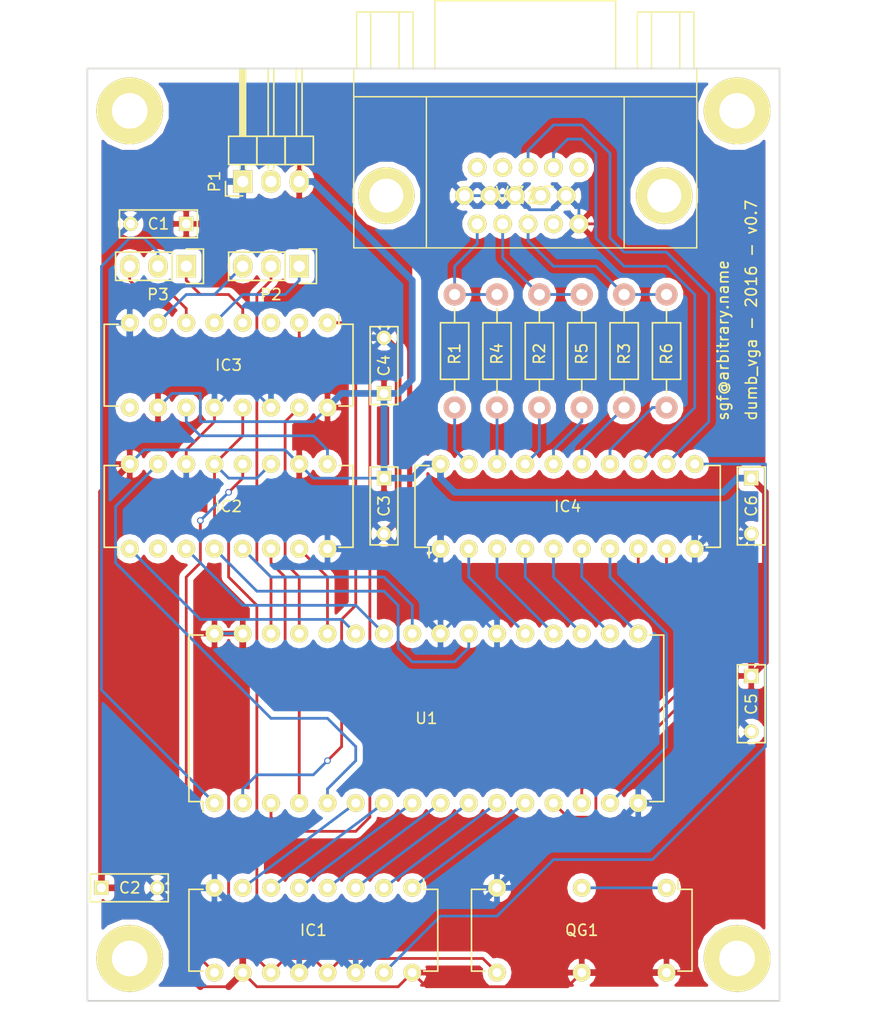
<source format=kicad_pcb>
(kicad_pcb (version 4) (host pcbnew 4.0.1-stable)
  (title_block (title "Dumb VGA") (rev v0.7) (comment 1 "Simple circuit to generate VGA-like signal"))
  (layers (0 F.Cu signal) (31 B.Cu signal) (34 B.Paste user) (35 F.Paste user) (36 B.SilkS user) (37 F.SilkS user) (38 B.Mask user) (39 F.Mask user) (44 Edge.Cuts user))
  (net 0 "")
  (net 1 VCC)
  (net 2 GND)
  (net 3 "Net-(IC1-Pad1)")
  (net 4 "Net-(IC1-Pad2)")
  (net 5 "Net-(IC1-Pad3)")
  (net 6 "Net-(IC1-Pad4)")
  (net 7 "Net-(IC1-Pad5)")
  (net 8 "Net-(IC1-Pad6)")
  (net 9 "Net-(IC1-Pad7)")
  (net 10 "Net-(IC1-Pad9)")
  (net 11 "Net-(IC1-Pad11)")
  (net 12 "Net-(IC1-Pad15)")
  (net 13 "Net-(IC2-Pad1)")
  (net 14 "Net-(IC2-Pad3)")
  (net 15 "Net-(IC2-Pad4)")
  (net 16 "Net-(IC2-Pad5)")
  (net 17 "Net-(IC2-Pad6)")
  (net 18 "Net-(IC2-Pad7)")
  (net 19 "Net-(IC2-Pad9)")
  (net 20 "Net-(IC2-Pad15)")
  (net 21 "Net-(IC3-Pad1)")
  (net 22 "Net-(IC3-Pad2)")
  (net 23 "Net-(IC3-Pad4)")
  (net 24 "Net-(IC3-Pad5)")
  (net 25 "Net-(IC3-Pad6)")
  (net 26 "Net-(IC3-Pad7)")
  (net 27 "Net-(IC3-Pad15)")
  (net 28 "Net-(R1-Pad1)")
  (net 29 "Net-(R2-Pad1)")
  (net 30 "Net-(R3-Pad1)")
  (net 31 "Net-(IC4-Pad13)")
  (net 32 "Net-(IC4-Pad12)")
  (net 33 "Net-(IC4-Pad2)")
  (net 34 "Net-(IC4-Pad3)")
  (net 35 "Net-(IC4-Pad4)")
  (net 36 "Net-(IC4-Pad5)")
  (net 37 "Net-(IC4-Pad6)")
  (net 38 "Net-(IC4-Pad7)")
  (net 39 "Net-(IC4-Pad8)")
  (net 40 "Net-(IC4-Pad9)")
  (net 41 "Net-(IC4-Pad14)")
  (net 42 "Net-(IC4-Pad15)")
  (net 43 "Net-(IC4-Pad16)")
  (net 44 "Net-(IC4-Pad17)")
  (net 45 "Net-(IC4-Pad18)")
  (net 46 "Net-(IC4-Pad19)")
  (net 47 "Net-(QG1-Pad1)")
  (net 48 "Net-(P3-Pad2)")
  (net 49 "Net-(P2-Pad2)")
  (module hw:xo-8-14 (layer F.Cu) (at 156.21 106.68 270)
    (fp_text reference QG1 (at 3.81 7.62 360) (layer F.SilkS))
    (fp_text value XO-14)
    (pad 14 thru_hole oval (at 7.62 7.62 270) (size 1.6 1.6) (drill 0.8) (layers *.Cu *.Mask F.SilkS) (net 1 VCC))
    (pad 1 thru_hole oval (at 0 7.62 270) (size 1.6 1.6) (drill 0.8) (layers *.Cu *.Mask F.SilkS) (net 47 "Net-(QG1-Pad1)"))
    (pad 1 thru_hole oval (at 0 0 270) (size 1.6 1.6) (drill 0.8) (layers *.Cu *.Mask F.SilkS) (net 47 "Net-(QG1-Pad1)"))
    (pad 7 thru_hole oval (at 0 15.24 270) (size 1.6 1.6) (drill 0.8) (layers *.Cu *.Mask F.SilkS) (net 2 GND))
    (pad 8 thru_hole oval (at 7.62 15.24 270) (size 1.6 1.6) (drill 0.8) (layers *.Cu *.Mask F.SilkS) (net 11 "Net-(IC1-Pad11)"))
    (pad 14 thru_hole oval (at 7.62 0 270) (size 1.6 1.6) (drill 0.8) (layers *.Cu *.Mask F.SilkS) (net 1 VCC))
  )
  (module Wire_Pads:SolderWirePad_single_2-5mmDrill (layer F.Cu) (at 162.56 113.03)
    (fp_text reference REF** hide)
    (fp_text value SolderWirePad_single_2-5mmDrill)
    (pad 1 thru_hole circle (at 0 0) (size 5.99948 5.99948) (drill 3.2) (layers *.Cu *.Mask F.SilkS))
  )
  (module Wire_Pads:SolderWirePad_single_2-5mmDrill (layer F.Cu) (at 107.95 113.03)
    (fp_text reference REF** hide)
    (fp_text value SolderWirePad_single_2-5mmDrill)
    (pad 1 thru_hole circle (at 0 0) (size 5.99948 5.99948) (drill 3.2) (layers *.Cu *.Mask F.SilkS))
  )
  (module Wire_Pads:SolderWirePad_single_2-5mmDrill (layer F.Cu) (at 107.95 36.83)
    (fp_text reference REF** hide)
    (fp_text value SolderWirePad_single_2-5mmDrill)
    (pad 1 thru_hole circle (at 0 0) (size 5.99948 5.99948) (drill 3.2) (layers *.Cu *.Mask F.SilkS))
  )
  (module Capacitors_ThroughHole:C_Rect_L7_W2.5_P5 (layer F.Cu) (at 113.03 46.99 180)
    (fp_text reference C1 (at 2.5 0 180) (layer F.SilkS))
    (fp_text value 10u)
    (pad 1 thru_hole rect (at 0 0 180) (size 1.3 1.3) (drill 0.8) (layers *.Cu *.Mask F.SilkS) (net 1 VCC))
    (pad 2 thru_hole circle (at 5 0 180) (size 1.3 1.3) (drill 0.8) (layers *.Cu *.Mask F.SilkS) (net 2 GND))
  )
  (module Housings_DIP:DIP-16_W7.62mm (layer F.Cu) (at 133.35 106.68 270)
    (fp_text reference IC1 (at 3.81 8.89 360) (layer F.SilkS))
    (fp_text value 74HC590N)
    (pad 1 thru_hole oval (at 0 0 270) (size 1.6 1.6) (drill 0.8) (layers *.Cu *.Mask F.SilkS) (net 3 "Net-(IC1-Pad1)"))
    (pad 2 thru_hole oval (at 0 2.54 270) (size 1.6 1.6) (drill 0.8) (layers *.Cu *.Mask F.SilkS) (net 4 "Net-(IC1-Pad2)"))
    (pad 3 thru_hole oval (at 0 5.08 270) (size 1.6 1.6) (drill 0.8) (layers *.Cu *.Mask F.SilkS) (net 5 "Net-(IC1-Pad3)"))
    (pad 4 thru_hole oval (at 0 7.62 270) (size 1.6 1.6) (drill 0.8) (layers *.Cu *.Mask F.SilkS) (net 6 "Net-(IC1-Pad4)"))
    (pad 5 thru_hole oval (at 0 10.16 270) (size 1.6 1.6) (drill 0.8) (layers *.Cu *.Mask F.SilkS) (net 7 "Net-(IC1-Pad5)"))
    (pad 6 thru_hole oval (at 0 12.7 270) (size 1.6 1.6) (drill 0.8) (layers *.Cu *.Mask F.SilkS) (net 8 "Net-(IC1-Pad6)"))
    (pad 7 thru_hole oval (at 0 15.24 270) (size 1.6 1.6) (drill 0.8) (layers *.Cu *.Mask F.SilkS) (net 9 "Net-(IC1-Pad7)"))
    (pad 8 thru_hole oval (at 0 17.78 270) (size 1.6 1.6) (drill 0.8) (layers *.Cu *.Mask F.SilkS) (net 2 GND))
    (pad 9 thru_hole oval (at 7.62 17.78 270) (size 1.6 1.6) (drill 0.8) (layers *.Cu *.Mask F.SilkS) (net 10 "Net-(IC1-Pad9)"))
    (pad 10 thru_hole oval (at 7.62 15.24 270) (size 1.6 1.6) (drill 0.8) (layers *.Cu *.Mask F.SilkS) (net 1 VCC))
    (pad 11 thru_hole oval (at 7.62 12.7 270) (size 1.6 1.6) (drill 0.8) (layers *.Cu *.Mask F.SilkS) (net 11 "Net-(IC1-Pad11)"))
    (pad 12 thru_hole oval (at 7.62 10.16 270) (size 1.6 1.6) (drill 0.8) (layers *.Cu *.Mask F.SilkS) (net 2 GND))
    (pad 13 thru_hole oval (at 7.62 7.62 270) (size 1.6 1.6) (drill 0.8) (layers *.Cu *.Mask F.SilkS) (net 11 "Net-(IC1-Pad11)"))
    (pad 14 thru_hole oval (at 7.62 5.08 270) (size 1.6 1.6) (drill 0.8) (layers *.Cu *.Mask F.SilkS) (net 2 GND))
    (pad 15 thru_hole oval (at 7.62 2.54 270) (size 1.6 1.6) (drill 0.8) (layers *.Cu *.Mask F.SilkS) (net 12 "Net-(IC1-Pad15)"))
    (pad 16 thru_hole oval (at 7.62 0 270) (size 1.6 1.6) (drill 0.8) (layers *.Cu *.Mask F.SilkS) (net 1 VCC))
  )
  (module Housings_DIP:DIP-16_W7.62mm (layer F.Cu) (at 107.95 76.2 90)
    (fp_text reference IC2 (at 3.81 8.89 180) (layer F.SilkS))
    (fp_text value 74HC590N)
    (pad 1 thru_hole oval (at 0 0 90) (size 1.6 1.6) (drill 0.8) (layers *.Cu *.Mask F.SilkS) (net 13 "Net-(IC2-Pad1)"))
    (pad 2 thru_hole oval (at 0 2.54 90) (size 1.6 1.6) (drill 0.8) (layers *.Cu *.Mask F.SilkS))
    (pad 3 thru_hole oval (at 0 5.08 90) (size 1.6 1.6) (drill 0.8) (layers *.Cu *.Mask F.SilkS) (net 14 "Net-(IC2-Pad3)"))
    (pad 4 thru_hole oval (at 0 7.62 90) (size 1.6 1.6) (drill 0.8) (layers *.Cu *.Mask F.SilkS) (net 15 "Net-(IC2-Pad4)"))
    (pad 5 thru_hole oval (at 0 10.16 90) (size 1.6 1.6) (drill 0.8) (layers *.Cu *.Mask F.SilkS) (net 16 "Net-(IC2-Pad5)"))
    (pad 6 thru_hole oval (at 0 12.7 90) (size 1.6 1.6) (drill 0.8) (layers *.Cu *.Mask F.SilkS) (net 17 "Net-(IC2-Pad6)"))
    (pad 7 thru_hole oval (at 0 15.24 90) (size 1.6 1.6) (drill 0.8) (layers *.Cu *.Mask F.SilkS) (net 18 "Net-(IC2-Pad7)"))
    (pad 8 thru_hole oval (at 0 17.78 90) (size 1.6 1.6) (drill 0.8) (layers *.Cu *.Mask F.SilkS) (net 2 GND))
    (pad 9 thru_hole oval (at 7.62 17.78 90) (size 1.6 1.6) (drill 0.8) (layers *.Cu *.Mask F.SilkS) (net 19 "Net-(IC2-Pad9)"))
    (pad 10 thru_hole oval (at 7.62 15.24 90) (size 1.6 1.6) (drill 0.8) (layers *.Cu *.Mask F.SilkS) (net 1 VCC))
    (pad 11 thru_hole oval (at 7.62 12.7 90) (size 1.6 1.6) (drill 0.8) (layers *.Cu *.Mask F.SilkS) (net 11 "Net-(IC1-Pad11)"))
    (pad 12 thru_hole oval (at 7.62 10.16 90) (size 1.6 1.6) (drill 0.8) (layers *.Cu *.Mask F.SilkS) (net 10 "Net-(IC1-Pad9)"))
    (pad 13 thru_hole oval (at 7.62 7.62 90) (size 1.6 1.6) (drill 0.8) (layers *.Cu *.Mask F.SilkS) (net 11 "Net-(IC1-Pad11)"))
    (pad 14 thru_hole oval (at 7.62 5.08 90) (size 1.6 1.6) (drill 0.8) (layers *.Cu *.Mask F.SilkS) (net 2 GND))
    (pad 15 thru_hole oval (at 7.62 2.54 90) (size 1.6 1.6) (drill 0.8) (layers *.Cu *.Mask F.SilkS) (net 20 "Net-(IC2-Pad15)"))
    (pad 16 thru_hole oval (at 7.62 0 90) (size 1.6 1.6) (drill 0.8) (layers *.Cu *.Mask F.SilkS) (net 1 VCC))
  )
  (module Housings_DIP:DIP-16_W7.62mm (layer F.Cu) (at 125.73 55.88 270)
    (fp_text reference IC3 (at 3.81 8.89 360) (layer F.SilkS))
    (fp_text value 74HC590N)
    (pad 1 thru_hole oval (at 0 0 270) (size 1.6 1.6) (drill 0.8) (layers *.Cu *.Mask F.SilkS) (net 21 "Net-(IC3-Pad1)"))
    (pad 2 thru_hole oval (at 0 2.54 270) (size 1.6 1.6) (drill 0.8) (layers *.Cu *.Mask F.SilkS) (net 22 "Net-(IC3-Pad2)"))
    (pad 3 thru_hole oval (at 0 5.08 270) (size 1.6 1.6) (drill 0.8) (layers *.Cu *.Mask F.SilkS))
    (pad 4 thru_hole oval (at 0 7.62 270) (size 1.6 1.6) (drill 0.8) (layers *.Cu *.Mask F.SilkS) (net 23 "Net-(IC3-Pad4)"))
    (pad 5 thru_hole oval (at 0 10.16 270) (size 1.6 1.6) (drill 0.8) (layers *.Cu *.Mask F.SilkS) (net 24 "Net-(IC3-Pad5)"))
    (pad 6 thru_hole oval (at 0 12.7 270) (size 1.6 1.6) (drill 0.8) (layers *.Cu *.Mask F.SilkS) (net 25 "Net-(IC3-Pad6)"))
    (pad 7 thru_hole oval (at 0 15.24 270) (size 1.6 1.6) (drill 0.8) (layers *.Cu *.Mask F.SilkS) (net 26 "Net-(IC3-Pad7)"))
    (pad 8 thru_hole oval (at 0 17.78 270) (size 1.6 1.6) (drill 0.8) (layers *.Cu *.Mask F.SilkS) (net 2 GND))
    (pad 9 thru_hole oval (at 7.62 17.78 270) (size 1.6 1.6) (drill 0.8) (layers *.Cu *.Mask F.SilkS))
    (pad 10 thru_hole oval (at 7.62 15.24 270) (size 1.6 1.6) (drill 0.8) (layers *.Cu *.Mask F.SilkS) (net 1 VCC))
    (pad 11 thru_hole oval (at 7.62 12.7 270) (size 1.6 1.6) (drill 0.8) (layers *.Cu *.Mask F.SilkS) (net 19 "Net-(IC2-Pad9)"))
    (pad 12 thru_hole oval (at 7.62 10.16 270) (size 1.6 1.6) (drill 0.8) (layers *.Cu *.Mask F.SilkS) (net 2 GND))
    (pad 13 thru_hole oval (at 7.62 7.62 270) (size 1.6 1.6) (drill 0.8) (layers *.Cu *.Mask F.SilkS) (net 11 "Net-(IC1-Pad11)"))
    (pad 14 thru_hole oval (at 7.62 5.08 270) (size 1.6 1.6) (drill 0.8) (layers *.Cu *.Mask F.SilkS) (net 2 GND))
    (pad 15 thru_hole oval (at 7.62 2.54 270) (size 1.6 1.6) (drill 0.8) (layers *.Cu *.Mask F.SilkS) (net 27 "Net-(IC3-Pad15)"))
    (pad 16 thru_hole oval (at 7.62 0 270) (size 1.6 1.6) (drill 0.8) (layers *.Cu *.Mask F.SilkS) (net 1 VCC))
  )
  (module Housings_DIP:DIP-20_W7.62mm (layer F.Cu) (at 135.89 76.2 90)
    (fp_text reference IC4 (at 3.81 11.43 180) (layer F.SilkS))
    (fp_text value 74HC574N)
    (pad 1 thru_hole oval (at 0 0 90) (size 1.6 1.6) (drill 0.8) (layers *.Cu *.Mask F.SilkS) (net 2 GND))
    (pad 2 thru_hole oval (at 0 2.54 90) (size 1.6 1.6) (drill 0.8) (layers *.Cu *.Mask F.SilkS) (net 33 "Net-(IC4-Pad2)"))
    (pad 3 thru_hole oval (at 0 5.08 90) (size 1.6 1.6) (drill 0.8) (layers *.Cu *.Mask F.SilkS) (net 34 "Net-(IC4-Pad3)"))
    (pad 4 thru_hole oval (at 0 7.62 90) (size 1.6 1.6) (drill 0.8) (layers *.Cu *.Mask F.SilkS) (net 35 "Net-(IC4-Pad4)"))
    (pad 5 thru_hole oval (at 0 10.16 90) (size 1.6 1.6) (drill 0.8) (layers *.Cu *.Mask F.SilkS) (net 36 "Net-(IC4-Pad5)"))
    (pad 6 thru_hole oval (at 0 12.7 90) (size 1.6 1.6) (drill 0.8) (layers *.Cu *.Mask F.SilkS) (net 37 "Net-(IC4-Pad6)"))
    (pad 7 thru_hole oval (at 0 15.24 90) (size 1.6 1.6) (drill 0.8) (layers *.Cu *.Mask F.SilkS) (net 38 "Net-(IC4-Pad7)"))
    (pad 8 thru_hole oval (at 0 17.78 90) (size 1.6 1.6) (drill 0.8) (layers *.Cu *.Mask F.SilkS) (net 39 "Net-(IC4-Pad8)"))
    (pad 9 thru_hole oval (at 0 20.32 90) (size 1.6 1.6) (drill 0.8) (layers *.Cu *.Mask F.SilkS) (net 40 "Net-(IC4-Pad9)"))
    (pad 10 thru_hole oval (at 0 22.86 90) (size 1.6 1.6) (drill 0.8) (layers *.Cu *.Mask F.SilkS) (net 2 GND))
    (pad 11 thru_hole oval (at 7.62 22.86 90) (size 1.6 1.6) (drill 0.8) (layers *.Cu *.Mask F.SilkS) (net 12 "Net-(IC1-Pad15)"))
    (pad 12 thru_hole oval (at 7.62 20.32 90) (size 1.6 1.6) (drill 0.8) (layers *.Cu *.Mask F.SilkS) (net 32 "Net-(IC4-Pad12)"))
    (pad 13 thru_hole oval (at 7.62 17.78 90) (size 1.6 1.6) (drill 0.8) (layers *.Cu *.Mask F.SilkS) (net 31 "Net-(IC4-Pad13)"))
    (pad 14 thru_hole oval (at 7.62 15.24 90) (size 1.6 1.6) (drill 0.8) (layers *.Cu *.Mask F.SilkS) (net 41 "Net-(IC4-Pad14)"))
    (pad 15 thru_hole oval (at 7.62 12.7 90) (size 1.6 1.6) (drill 0.8) (layers *.Cu *.Mask F.SilkS) (net 42 "Net-(IC4-Pad15)"))
    (pad 16 thru_hole oval (at 7.62 10.16 90) (size 1.6 1.6) (drill 0.8) (layers *.Cu *.Mask F.SilkS) (net 43 "Net-(IC4-Pad16)"))
    (pad 17 thru_hole oval (at 7.62 7.62 90) (size 1.6 1.6) (drill 0.8) (layers *.Cu *.Mask F.SilkS) (net 44 "Net-(IC4-Pad17)"))
    (pad 18 thru_hole oval (at 7.62 5.08 90) (size 1.6 1.6) (drill 0.8) (layers *.Cu *.Mask F.SilkS) (net 45 "Net-(IC4-Pad18)"))
    (pad 19 thru_hole oval (at 7.62 2.54 90) (size 1.6 1.6) (drill 0.8) (layers *.Cu *.Mask F.SilkS) (net 46 "Net-(IC4-Pad19)"))
    (pad 20 thru_hole oval (at 7.62 0 90) (size 1.6 1.6) (drill 0.8) (layers *.Cu *.Mask F.SilkS) (net 1 VCC))
  )
  (module Resistors_ThroughHole:Resistor_Horizontal_RM10mm (layer F.Cu) (at 137.16 58.42 270)
    (fp_text reference R1 (at 0.24892 0 270) (layer F.SilkS))
    (fp_text value 1.5K)
    (pad 1 thru_hole circle (at -5.08 0 270) (size 1.99898 1.99898) (drill 1.00076) (layers *.Cu *.SilkS *.Mask) (net 28 "Net-(R1-Pad1)"))
    (pad 2 thru_hole circle (at 5.08 0 270) (size 1.99898 1.99898) (drill 1.00076) (layers *.Cu *.SilkS *.Mask) (net 46 "Net-(IC4-Pad19)"))
  )
  (module Resistors_ThroughHole:Resistor_Horizontal_RM10mm (layer F.Cu) (at 144.78 58.42 270)
    (fp_text reference R2 (at 0.24892 0 270) (layer F.SilkS))
    (fp_text value 1.5K)
    (pad 1 thru_hole circle (at -5.08 0 270) (size 1.99898 1.99898) (drill 1.00076) (layers *.Cu *.SilkS *.Mask) (net 29 "Net-(R2-Pad1)"))
    (pad 2 thru_hole circle (at 5.08 0 270) (size 1.99898 1.99898) (drill 1.00076) (layers *.Cu *.SilkS *.Mask) (net 44 "Net-(IC4-Pad17)"))
  )
  (module Resistors_ThroughHole:Resistor_Horizontal_RM10mm (layer F.Cu) (at 152.4 58.42 270)
    (fp_text reference R3 (at 0.24892 0 270) (layer F.SilkS))
    (fp_text value 1.5K)
    (pad 1 thru_hole circle (at -5.08 0 270) (size 1.99898 1.99898) (drill 1.00076) (layers *.Cu *.SilkS *.Mask) (net 30 "Net-(R3-Pad1)"))
    (pad 2 thru_hole circle (at 5.08 0 270) (size 1.99898 1.99898) (drill 1.00076) (layers *.Cu *.SilkS *.Mask) (net 42 "Net-(IC4-Pad15)"))
  )
  (module Resistors_ThroughHole:Resistor_Horizontal_RM10mm (layer F.Cu) (at 140.97 58.42 270)
    (fp_text reference R4 (at 0.24892 0 270) (layer F.SilkS))
    (fp_text value 680)
    (pad 1 thru_hole circle (at -5.08 0 270) (size 1.99898 1.99898) (drill 1.00076) (layers *.Cu *.SilkS *.Mask) (net 28 "Net-(R1-Pad1)"))
    (pad 2 thru_hole circle (at 5.08 0 270) (size 1.99898 1.99898) (drill 1.00076) (layers *.Cu *.SilkS *.Mask) (net 45 "Net-(IC4-Pad18)"))
  )
  (module Resistors_ThroughHole:Resistor_Horizontal_RM10mm (layer F.Cu) (at 148.59 58.42 270)
    (fp_text reference R5 (at 0.24892 0 270) (layer F.SilkS))
    (fp_text value 680)
    (pad 1 thru_hole circle (at -5.08 0 270) (size 1.99898 1.99898) (drill 1.00076) (layers *.Cu *.SilkS *.Mask) (net 29 "Net-(R2-Pad1)"))
    (pad 2 thru_hole circle (at 5.08 0 270) (size 1.99898 1.99898) (drill 1.00076) (layers *.Cu *.SilkS *.Mask) (net 43 "Net-(IC4-Pad16)"))
  )
  (module Resistors_ThroughHole:Resistor_Horizontal_RM10mm (layer F.Cu) (at 156.21 58.42 270)
    (fp_text reference R6 (at 0.24892 0 270) (layer F.SilkS))
    (fp_text value 680)
    (pad 1 thru_hole circle (at -5.08 0 270) (size 1.99898 1.99898) (drill 1.00076) (layers *.Cu *.SilkS *.Mask) (net 30 "Net-(R3-Pad1)"))
    (pad 2 thru_hole circle (at 5.08 0 270) (size 1.99898 1.99898) (drill 1.00076) (layers *.Cu *.SilkS *.Mask) (net 41 "Net-(IC4-Pad14)"))
  )
  (module Housings_DIP:DIP-32_W15.24mm (layer F.Cu) (at 115.57 99.06 90)
    (fp_text reference U1 (at 7.62 19.05 180) (layer F.SilkS))
    (fp_text value A29040C)
    (pad 1 thru_hole oval (at 0 0 90) (size 1.6 1.6) (drill 0.8) (layers *.Cu *.Mask F.SilkS) (net 48 "Net-(P3-Pad2)"))
    (pad 2 thru_hole oval (at 0 2.54 90) (size 1.6 1.6) (drill 0.8) (layers *.Cu *.Mask F.SilkS) (net 22 "Net-(IC3-Pad2)"))
    (pad 3 thru_hole oval (at 0 5.08 90) (size 1.6 1.6) (drill 0.8) (layers *.Cu *.Mask F.SilkS) (net 21 "Net-(IC3-Pad1)"))
    (pad 4 thru_hole oval (at 0 7.62 90) (size 1.6 1.6) (drill 0.8) (layers *.Cu *.Mask F.SilkS) (net 17 "Net-(IC2-Pad6)"))
    (pad 5 thru_hole oval (at 0 10.16 90) (size 1.6 1.6) (drill 0.8) (layers *.Cu *.Mask F.SilkS) (net 20 "Net-(IC2-Pad15)"))
    (pad 6 thru_hole oval (at 0 12.7 90) (size 1.6 1.6) (drill 0.8) (layers *.Cu *.Mask F.SilkS) (net 9 "Net-(IC1-Pad7)"))
    (pad 7 thru_hole oval (at 0 15.24 90) (size 1.6 1.6) (drill 0.8) (layers *.Cu *.Mask F.SilkS) (net 8 "Net-(IC1-Pad6)"))
    (pad 8 thru_hole oval (at 0 17.78 90) (size 1.6 1.6) (drill 0.8) (layers *.Cu *.Mask F.SilkS) (net 7 "Net-(IC1-Pad5)"))
    (pad 9 thru_hole oval (at 0 20.32 90) (size 1.6 1.6) (drill 0.8) (layers *.Cu *.Mask F.SilkS) (net 6 "Net-(IC1-Pad4)"))
    (pad 10 thru_hole oval (at 0 22.86 90) (size 1.6 1.6) (drill 0.8) (layers *.Cu *.Mask F.SilkS) (net 5 "Net-(IC1-Pad3)"))
    (pad 11 thru_hole oval (at 0 25.4 90) (size 1.6 1.6) (drill 0.8) (layers *.Cu *.Mask F.SilkS) (net 4 "Net-(IC1-Pad2)"))
    (pad 12 thru_hole oval (at 0 27.94 90) (size 1.6 1.6) (drill 0.8) (layers *.Cu *.Mask F.SilkS) (net 3 "Net-(IC1-Pad1)"))
    (pad 13 thru_hole oval (at 0 30.48 90) (size 1.6 1.6) (drill 0.8) (layers *.Cu *.Mask F.SilkS) (net 40 "Net-(IC4-Pad9)"))
    (pad 14 thru_hole oval (at 0 33.02 90) (size 1.6 1.6) (drill 0.8) (layers *.Cu *.Mask F.SilkS) (net 39 "Net-(IC4-Pad8)"))
    (pad 15 thru_hole oval (at 0 35.56 90) (size 1.6 1.6) (drill 0.8) (layers *.Cu *.Mask F.SilkS) (net 38 "Net-(IC4-Pad7)"))
    (pad 16 thru_hole oval (at 0 38.1 90) (size 1.6 1.6) (drill 0.8) (layers *.Cu *.Mask F.SilkS) (net 2 GND))
    (pad 17 thru_hole oval (at 15.24 38.1 90) (size 1.6 1.6) (drill 0.8) (layers *.Cu *.Mask F.SilkS) (net 37 "Net-(IC4-Pad6)"))
    (pad 18 thru_hole oval (at 15.24 35.56 90) (size 1.6 1.6) (drill 0.8) (layers *.Cu *.Mask F.SilkS) (net 36 "Net-(IC4-Pad5)"))
    (pad 19 thru_hole oval (at 15.24 33.02 90) (size 1.6 1.6) (drill 0.8) (layers *.Cu *.Mask F.SilkS) (net 35 "Net-(IC4-Pad4)"))
    (pad 20 thru_hole oval (at 15.24 30.48 90) (size 1.6 1.6) (drill 0.8) (layers *.Cu *.Mask F.SilkS) (net 34 "Net-(IC4-Pad3)"))
    (pad 21 thru_hole oval (at 15.24 27.94 90) (size 1.6 1.6) (drill 0.8) (layers *.Cu *.Mask F.SilkS) (net 33 "Net-(IC4-Pad2)"))
    (pad 22 thru_hole oval (at 15.24 25.4 90) (size 1.6 1.6) (drill 0.8) (layers *.Cu *.Mask F.SilkS) (net 2 GND))
    (pad 23 thru_hole oval (at 15.24 22.86 90) (size 1.6 1.6) (drill 0.8) (layers *.Cu *.Mask F.SilkS) (net 15 "Net-(IC2-Pad4)"))
    (pad 24 thru_hole oval (at 15.24 20.32 90) (size 1.6 1.6) (drill 0.8) (layers *.Cu *.Mask F.SilkS) (net 2 GND))
    (pad 25 thru_hole oval (at 15.24 17.78 90) (size 1.6 1.6) (drill 0.8) (layers *.Cu *.Mask F.SilkS) (net 16 "Net-(IC2-Pad5)"))
    (pad 26 thru_hole oval (at 15.24 15.24 90) (size 1.6 1.6) (drill 0.8) (layers *.Cu *.Mask F.SilkS) (net 14 "Net-(IC2-Pad3)"))
    (pad 27 thru_hole oval (at 15.24 12.7 90) (size 1.6 1.6) (drill 0.8) (layers *.Cu *.Mask F.SilkS) (net 13 "Net-(IC2-Pad1)"))
    (pad 28 thru_hole oval (at 15.24 10.16 90) (size 1.6 1.6) (drill 0.8) (layers *.Cu *.Mask F.SilkS) (net 18 "Net-(IC2-Pad7)"))
    (pad 29 thru_hole oval (at 15.24 7.62 90) (size 1.6 1.6) (drill 0.8) (layers *.Cu *.Mask F.SilkS) (net 27 "Net-(IC3-Pad15)"))
    (pad 30 thru_hole oval (at 15.24 5.08 90) (size 1.6 1.6) (drill 0.8) (layers *.Cu *.Mask F.SilkS) (net 49 "Net-(P2-Pad2)"))
    (pad 31 thru_hole oval (at 15.24 2.54 90) (size 1.6 1.6) (drill 0.8) (layers *.Cu *.Mask F.SilkS) (net 1 VCC))
    (pad 32 thru_hole oval (at 15.24 0 90) (size 1.6 1.6) (drill 0.8) (layers *.Cu *.Mask F.SilkS) (net 1 VCC))
  )
  (module Capacitors_ThroughHole:C_Rect_L7_W2.5_P5 (layer F.Cu) (at 105.41 106.68)
    (fp_text reference C2 (at 2.54 0) (layer F.SilkS))
    (fp_text value 0.1u)
    (pad 1 thru_hole rect (at 0 0) (size 1.3 1.3) (drill 0.8) (layers *.Cu *.Mask F.SilkS) (net 1 VCC))
    (pad 2 thru_hole circle (at 5 0) (size 1.3 1.3) (drill 0.8) (layers *.Cu *.Mask F.SilkS) (net 2 GND))
  )
  (module Capacitors_ThroughHole:C_Rect_L7_W2.5_P5 (layer F.Cu) (at 130.81 69.85 270)
    (fp_text reference C3 (at 2.5 0 270) (layer F.SilkS))
    (fp_text value 0.1u)
    (pad 1 thru_hole rect (at 0 0 270) (size 1.3 1.3) (drill 0.8) (layers *.Cu *.Mask F.SilkS) (net 1 VCC))
    (pad 2 thru_hole circle (at 5 0 270) (size 1.3 1.3) (drill 0.8) (layers *.Cu *.Mask F.SilkS) (net 2 GND))
  )
  (module Capacitors_ThroughHole:C_Rect_L7_W2.5_P5 (layer F.Cu) (at 130.81 62.23 90)
    (fp_text reference C4 (at 2.5 0 90) (layer F.SilkS))
    (fp_text value 0.1u)
    (pad 1 thru_hole rect (at 0 0 90) (size 1.3 1.3) (drill 0.8) (layers *.Cu *.Mask F.SilkS) (net 1 VCC))
    (pad 2 thru_hole circle (at 5 0 90) (size 1.3 1.3) (drill 0.8) (layers *.Cu *.Mask F.SilkS) (net 2 GND))
  )
  (module Capacitors_ThroughHole:C_Rect_L7_W2.5_P5 (layer F.Cu) (at 163.83 87.63 270)
    (fp_text reference C5 (at 2.54 0 270) (layer F.SilkS))
    (fp_text value 0.1u)
    (pad 1 thru_hole rect (at 0 0 270) (size 1.3 1.3) (drill 0.8) (layers *.Cu *.Mask F.SilkS) (net 1 VCC))
    (pad 2 thru_hole circle (at 5 0 270) (size 1.3 1.3) (drill 0.8) (layers *.Cu *.Mask F.SilkS) (net 2 GND))
  )
  (module Capacitors_ThroughHole:C_Rect_L7_W2.5_P5 (layer F.Cu) (at 163.83 69.85 270)
    (fp_text reference C6 (at 2.5 0 270) (layer F.SilkS))
    (fp_text value 0.1u)
    (pad 1 thru_hole rect (at 0 0 270) (size 1.3 1.3) (drill 0.8) (layers *.Cu *.Mask F.SilkS) (net 1 VCC))
    (pad 2 thru_hole circle (at 5 0 270) (size 1.3 1.3) (drill 0.8) (layers *.Cu *.Mask F.SilkS) (net 2 GND))
  )
  (module Pin_Headers:Pin_Header_Straight_1x03 (layer F.Cu) (at 123.19 50.8 270)
    (fp_text reference P2 (at 2.54 2.54 360) (layer F.SilkS))
    (fp_text value CONN_01X03)
    (pad 1 thru_hole rect (at 0 0 270) (size 2.032 1.7272) (drill 1.016) (layers *.Cu *.Mask F.SilkS) (net 24 "Net-(IC3-Pad5)"))
    (pad 2 thru_hole oval (at 0 2.54 270) (size 2.032 1.7272) (drill 1.016) (layers *.Cu *.Mask F.SilkS) (net 49 "Net-(P2-Pad2)"))
    (pad 3 thru_hole oval (at 0 5.08 270) (size 2.032 1.7272) (drill 1.016) (layers *.Cu *.Mask F.SilkS) (net 26 "Net-(IC3-Pad7)"))
  )
  (module Pin_Headers:Pin_Header_Straight_1x03 (layer F.Cu) (at 113.03 50.8 270)
    (fp_text reference P3 (at 2.54 2.54 360) (layer F.SilkS))
    (fp_text value CONN_01X03)
    (pad 1 thru_hole rect (at 0 0 270) (size 2.032 1.7272) (drill 1.016) (layers *.Cu *.Mask F.SilkS) (net 23 "Net-(IC3-Pad4)"))
    (pad 2 thru_hole oval (at 0 2.54 270) (size 2.032 1.7272) (drill 1.016) (layers *.Cu *.Mask F.SilkS) (net 48 "Net-(P3-Pad2)"))
    (pad 3 thru_hole oval (at 0 5.08 270) (size 2.032 1.7272) (drill 1.016) (layers *.Cu *.Mask F.SilkS) (net 25 "Net-(IC3-Pad6)"))
  )
  (module Wire_Pads:SolderWirePad_single_2-5mmDrill (layer F.Cu) (at 162.56 36.83)
    (fp_text reference REF** hide)
    (fp_text value SolderWirePad_single_2-5mmDrill)
    (pad 1 thru_hole circle (at 0 0) (size 5.99948 5.99948) (drill 3.2) (layers *.Cu *.Mask F.SilkS))
  )
  (module Pin_Headers:Pin_Header_Angled_1x03 (layer F.Cu) (at 118.11 43.18 90)
    (fp_text reference P1 (at 0 -2.54 90) (layer F.SilkS))
    (fp_text value CONN_01X03)
    (pad 1 thru_hole rect (at 0 0 90) (size 2.032 1.7272) (drill 1.016) (layers *.Cu *.Mask F.SilkS) (net 2 GND))
    (pad 2 thru_hole oval (at 0 2.54 90) (size 2.032 1.7272) (drill 1.016) (layers *.Cu *.Mask F.SilkS))
    (pad 3 thru_hole oval (at 0 5.08 90) (size 2.032 1.7272) (drill 1.016) (layers *.Cu *.Mask F.SilkS) (net 1 VCC))
  )
  (module hw:hd15f (layer F.Cu) (at 143.51 44.45)
    (fp_text reference X1 (at 0 0) (layer F.SilkS))
    (fp_text value VGAF (at 0 0) (layer F.SilkS))
    (pad 1 thru_hole circle (at -4.318 2.54) (size 1.6764 1.6764) (drill 0.9906) (layers *.Cu *.Mask F.SilkS) (net 28 "Net-(R1-Pad1)"))
    (pad 2 thru_hole circle (at -2.032 2.54) (size 1.6764 1.6764) (drill 0.9906) (layers *.Cu *.Mask F.SilkS) (net 29 "Net-(R2-Pad1)"))
    (pad 3 thru_hole circle (at 0.254 2.54) (size 1.6764 1.6764) (drill 0.9906) (layers *.Cu *.Mask F.SilkS) (net 30 "Net-(R3-Pad1)"))
    (pad 4 thru_hole circle (at 2.54 2.54) (size 1.6764 1.6764) (drill 0.9906) (layers *.Cu *.Mask F.SilkS))
    (pad 5 thru_hole circle (at 4.826 2.54) (size 1.6764 1.6764) (drill 0.9906) (layers *.Cu *.Mask F.SilkS) (net 2 GND))
    (pad 6 thru_hole circle (at -5.461 0) (size 1.6764 1.6764) (drill 0.9906) (layers *.Cu *.Mask F.SilkS) (net 2 GND))
    (pad 7 thru_hole circle (at -3.175 0) (size 1.6764 1.6764) (drill 0.9906) (layers *.Cu *.Mask F.SilkS) (net 2 GND))
    (pad 8 thru_hole circle (at -0.889 0) (size 1.6764 1.6764) (drill 0.9906) (layers *.Cu *.Mask F.SilkS) (net 2 GND))
    (pad 9 thru_hole circle (at 1.397 0) (size 1.6764 1.6764) (drill 0.9906) (layers *.Cu *.Mask F.SilkS))
    (pad 10 thru_hole circle (at 3.683 0) (size 1.6764 1.6764) (drill 0.9906) (layers *.Cu *.Mask F.SilkS) (net 2 GND))
    (pad 11 thru_hole circle (at -4.318 -2.54) (size 1.6764 1.6764) (drill 0.9906) (layers *.Cu *.Mask F.SilkS))
    (pad 12 thru_hole circle (at -2.032 -2.54) (size 1.6764 1.6764) (drill 0.9906) (layers *.Cu *.Mask F.SilkS))
    (pad 13 thru_hole circle (at 0.254 -2.54) (size 1.6764 1.6764) (drill 0.9906) (layers *.Cu *.Mask F.SilkS) (net 32 "Net-(IC4-Pad12)"))
    (pad 14 thru_hole circle (at 2.54 -2.54) (size 1.6764 1.6764) (drill 0.9906) (layers *.Cu *.Mask F.SilkS) (net 31 "Net-(IC4-Pad13)"))
    (pad 15 thru_hole circle (at 4.826 -2.54) (size 1.6764 1.6764) (drill 0.9906) (layers *.Cu *.Mask F.SilkS))
    (pad SH1 thru_hole circle (at -12.4968 0) (size 5.08 5.08) (drill 3.048) (layers *.Cu *.Mask F.SilkS))
    (pad SH2 thru_hole circle (at 12.4968 0) (size 5.08 5.08) (drill 3.048) (layers *.Cu *.Mask F.SilkS))
  )
  (gr_text "dumb_vga - 2016 - v0.7" (at 163.83 64.77 90) (layer F.SilkS) (effects (font (size 1 1)) (justify left)))
  (gr_text sgf@arbitrary.name (at 161.29 64.77 90) (layer F.SilkS) (effects (font (size 1 1)) (justify left)))
  (gr_line (start 104.14 116.84) (end 104.14 33.02) (angle 90) (layer Edge.Cuts) (width 0.15))
  (gr_line (start 166.37 116.84) (end 104.14 116.84) (angle 90) (layer Edge.Cuts) (width 0.15))
  (gr_line (start 166.37 33.02) (end 166.37 116.84) (angle 90) (layer Edge.Cuts) (width 0.15))
  (gr_line (start 104.14 33.02) (end 166.37 33.02) (angle 90) (layer Edge.Cuts) (width 0.15))
  (segment (start 123.19 43.18) (end 123.19 45.72) (width 0.25) (layer F.Cu) (net 1))
  (segment (start 121.92 46.99) (end 113.03 46.99) (width 0.25) (layer F.Cu) (net 1))
  (segment (start 123.19 45.72) (end 121.92 46.99) (width 0.25) (layer F.Cu) (net 1))
  (segment (start 123.19 43.18) (end 124.46 43.18) (width 0.6) (layer B.Cu) (net 1))
  (segment (start 124.46 43.18) (end 133.35 52.07) (width 0.6) (layer B.Cu) (net 1))
  (segment (start 133.35 52.07) (end 133.35 60.96) (width 0.6) (layer B.Cu) (net 1))
  (segment (start 133.35 60.96) (end 132.08 62.23) (width 0.6) (layer B.Cu) (net 1))
  (segment (start 132.08 62.23) (end 130.81 62.23) (width 0.6) (layer B.Cu) (net 1))
  (segment (start 105.41 106.68) (end 105.41 71.12) (width 0.6) (layer F.Cu) (net 1))
  (segment (start 105.41 71.12) (end 107.95 68.58) (width 0.6) (layer F.Cu) (net 1))
  (segment (start 118.11 114.3) (end 118.11 109.22) (width 0.6) (layer F.Cu) (net 1))
  (segment (start 118.11 109.22) (end 116.84 107.95) (width 0.6) (layer F.Cu) (net 1))
  (segment (start 116.84 107.95) (end 116.84 87.63) (width 0.25) (layer F.Cu) (net 1))
  (segment (start 116.84 87.63) (end 118.11 86.36) (width 0.6) (layer F.Cu) (net 1))
  (segment (start 118.11 86.36) (end 118.11 83.82) (width 0.6) (layer F.Cu) (net 1))
  (segment (start 115.57 83.82) (end 118.11 83.82) (width 0.25) (layer B.Cu) (net 1))
  (segment (start 125.73 63.5) (end 124.46 64.77) (width 0.25) (layer B.Cu) (net 1))
  (segment (start 111.76 62.23) (end 110.49 63.5) (width 0.25) (layer B.Cu) (net 1))
  (segment (start 114.3 62.23) (end 111.76 62.23) (width 0.25) (layer B.Cu) (net 1))
  (segment (start 114.3 63.5) (end 114.3 62.23) (width 0.25) (layer B.Cu) (net 1))
  (segment (start 114.3 64.77) (end 114.3 63.5) (width 0.25) (layer B.Cu) (net 1))
  (segment (start 124.46 64.77) (end 114.3 64.77) (width 0.25) (layer B.Cu) (net 1))
  (segment (start 130.81 62.23) (end 127 62.23) (width 0.6) (layer B.Cu) (net 1))
  (segment (start 127 62.23) (end 125.73 63.5) (width 0.6) (layer B.Cu) (net 1))
  (segment (start 130.81 62.23) (end 130.81 69.85) (width 0.6) (layer B.Cu) (net 1))
  (segment (start 130.81 69.85) (end 133.35 69.85) (width 0.6) (layer B.Cu) (net 1))
  (segment (start 133.35 69.85) (end 134.62 68.58) (width 0.6) (layer B.Cu) (net 1))
  (segment (start 134.62 68.58) (end 135.89 68.58) (width 0.6) (layer B.Cu) (net 1))
  (segment (start 124.46 69.85) (end 130.81 69.85) (width 0.25) (layer B.Cu) (net 1))
  (segment (start 123.19 68.58) (end 124.46 69.85) (width 0.25) (layer B.Cu) (net 1))
  (segment (start 123.19 68.58) (end 121.92 67.31) (width 0.25) (layer B.Cu) (net 1))
  (segment (start 121.92 67.31) (end 109.22 67.31) (width 0.25) (layer B.Cu) (net 1))
  (segment (start 109.22 67.31) (end 107.95 68.58) (width 0.25) (layer B.Cu) (net 1))
  (segment (start 148.59 114.3) (end 147.32 115.57) (width 0.25) (layer F.Cu) (net 1))
  (segment (start 134.62 115.57) (end 133.35 114.3) (width 0.25) (layer F.Cu) (net 1))
  (segment (start 147.32 115.57) (end 134.62 115.57) (width 0.25) (layer F.Cu) (net 1))
  (segment (start 133.35 114.3) (end 132.08 115.57) (width 0.25) (layer F.Cu) (net 1))
  (segment (start 119.38 115.57) (end 118.11 114.3) (width 0.25) (layer F.Cu) (net 1))
  (segment (start 132.08 115.57) (end 119.38 115.57) (width 0.25) (layer F.Cu) (net 1))
  (segment (start 118.11 114.3) (end 116.84 115.57) (width 0.6) (layer F.Cu) (net 1))
  (segment (start 107.95 106.68) (end 105.41 106.68) (width 0.6) (layer F.Cu) (net 1))
  (segment (start 111.76 110.49) (end 107.95 106.68) (width 0.6) (layer F.Cu) (net 1))
  (segment (start 111.76 113.03) (end 111.76 110.49) (width 0.6) (layer F.Cu) (net 1))
  (segment (start 114.3 115.57) (end 111.76 113.03) (width 0.6) (layer F.Cu) (net 1))
  (segment (start 116.84 115.57) (end 114.3 115.57) (width 0.25) (layer F.Cu) (net 1))
  (segment (start 148.59 114.3) (end 156.21 114.3) (width 0.6) (layer F.Cu) (net 1))
  (segment (start 163.83 69.85) (end 165.1 71.12) (width 0.6) (layer F.Cu) (net 1))
  (segment (start 165.1 71.12) (end 165.1 86.36) (width 0.6) (layer F.Cu) (net 1))
  (segment (start 165.1 86.36) (end 163.83 87.63) (width 0.6) (layer F.Cu) (net 1))
  (segment (start 163.83 69.85) (end 162.56 69.85) (width 0.6) (layer B.Cu) (net 1))
  (segment (start 135.89 69.85) (end 135.89 68.58) (width 0.6) (layer B.Cu) (net 1))
  (segment (start 137.16 71.12) (end 135.89 69.85) (width 0.6) (layer B.Cu) (net 1))
  (segment (start 161.29 71.12) (end 137.16 71.12) (width 0.6) (layer B.Cu) (net 1))
  (segment (start 162.56 69.85) (end 161.29 71.12) (width 0.6) (layer B.Cu) (net 1))
  (segment (start 118.11 43.18) (end 118.11 45.72) (width 0.6) (layer B.Cu) (net 2))
  (segment (start 118.11 45.72) (end 119.38 46.99) (width 0.6) (layer B.Cu) (net 2))
  (segment (start 119.38 46.99) (end 125.73 46.99) (width 0.6) (layer B.Cu) (net 2))
  (segment (start 125.73 46.99) (end 130.81 52.07) (width 0.6) (layer B.Cu) (net 2))
  (segment (start 130.81 52.07) (end 130.81 57.23) (width 0.6) (layer B.Cu) (net 2))
  (segment (start 118.11 43.18) (end 111.84 43.18) (width 0.6) (layer B.Cu) (net 2))
  (segment (start 111.84 43.18) (end 108.03 46.99) (width 0.6) (layer B.Cu) (net 2))
  (segment (start 115.57 63.5) (end 115.57 64.77) (width 0.25) (layer F.Cu) (net 2))
  (segment (start 113.03 67.31) (end 113.03 68.58) (width 0.25) (layer F.Cu) (net 2))
  (segment (start 115.57 64.77) (end 113.03 67.31) (width 0.25) (layer F.Cu) (net 2))
  (segment (start 130.81 57.23) (end 130.89 57.23) (width 0.25) (layer F.Cu) (net 2))
  (segment (start 130.89 57.23) (end 132.08 58.42) (width 0.6) (layer F.Cu) (net 2))
  (segment (start 132.08 58.42) (end 132.08 73.58) (width 0.6) (layer F.Cu) (net 2))
  (segment (start 132.08 73.58) (end 130.81 74.85) (width 0.6) (layer F.Cu) (net 2))
  (segment (start 120.65 59.69) (end 119.38 58.42) (width 0.6) (layer B.Cu) (net 2))
  (segment (start 119.38 58.42) (end 109.22 58.42) (width 0.6) (layer B.Cu) (net 2))
  (segment (start 109.22 58.42) (end 107.95 57.15) (width 0.6) (layer B.Cu) (net 2))
  (segment (start 107.95 57.15) (end 107.95 55.88) (width 0.6) (layer B.Cu) (net 2))
  (segment (start 120.65 63.5) (end 120.65 59.69) (width 0.25) (layer B.Cu) (net 2))
  (segment (start 128.19 57.23) (end 130.81 57.23) (width 0.6) (layer B.Cu) (net 2))
  (segment (start 120.65 59.69) (end 121.92 58.42) (width 0.6) (layer B.Cu) (net 2))
  (segment (start 121.92 58.42) (end 127 58.42) (width 0.6) (layer B.Cu) (net 2))
  (segment (start 127 58.42) (end 128.19 57.23) (width 0.6) (layer B.Cu) (net 2))
  (segment (start 115.57 63.5) (end 116.84 62.23) (width 0.25) (layer B.Cu) (net 2))
  (segment (start 119.38 62.23) (end 120.65 63.5) (width 0.25) (layer B.Cu) (net 2))
  (segment (start 116.84 62.23) (end 119.38 62.23) (width 0.25) (layer B.Cu) (net 2))
  (segment (start 125.73 76.2) (end 129.46 76.2) (width 0.6) (layer B.Cu) (net 2))
  (segment (start 129.46 76.2) (end 130.81 74.85) (width 0.6) (layer B.Cu) (net 2))
  (segment (start 130.81 74.85) (end 130.81 74.93) (width 0.25) (layer B.Cu) (net 2))
  (segment (start 130.81 74.93) (end 133.35 77.47) (width 0.6) (layer B.Cu) (net 2))
  (segment (start 133.35 77.47) (end 134.62 77.47) (width 0.6) (layer B.Cu) (net 2))
  (segment (start 135.89 83.82) (end 134.62 82.55) (width 0.6) (layer B.Cu) (net 2))
  (segment (start 134.62 82.55) (end 134.62 77.47) (width 0.6) (layer B.Cu) (net 2))
  (segment (start 134.62 77.47) (end 135.89 76.2) (width 0.6) (layer B.Cu) (net 2))
  (segment (start 135.89 83.82) (end 137.16 82.55) (width 0.25) (layer B.Cu) (net 2))
  (segment (start 139.7 82.55) (end 140.97 83.82) (width 0.25) (layer B.Cu) (net 2))
  (segment (start 137.16 82.55) (end 139.7 82.55) (width 0.25) (layer B.Cu) (net 2))
  (segment (start 140.97 106.68) (end 139.7 107.95) (width 0.6) (layer B.Cu) (net 2))
  (segment (start 139.7 107.95) (end 134.62 107.95) (width 0.6) (layer B.Cu) (net 2))
  (segment (start 134.62 107.95) (end 128.27 114.3) (width 0.6) (layer B.Cu) (net 2))
  (segment (start 153.67 99.06) (end 149.86 102.87) (width 0.6) (layer B.Cu) (net 2))
  (segment (start 149.86 102.87) (end 144.78 102.87) (width 0.6) (layer B.Cu) (net 2))
  (segment (start 144.78 102.87) (end 140.97 106.68) (width 0.6) (layer B.Cu) (net 2))
  (segment (start 115.57 106.68) (end 110.41 106.68) (width 0.6) (layer B.Cu) (net 2))
  (segment (start 123.19 114.3) (end 124.46 113.03) (width 0.6) (layer B.Cu) (net 2))
  (segment (start 127 113.03) (end 128.27 114.3) (width 0.6) (layer B.Cu) (net 2))
  (segment (start 124.46 113.03) (end 127 113.03) (width 0.25) (layer B.Cu) (net 2))
  (segment (start 148.336 46.99) (end 152.4 46.99) (width 0.25) (layer F.Cu) (net 2))
  (segment (start 162.56 73.58) (end 163.83 74.85) (width 0.25) (layer F.Cu) (net 2))
  (segment (start 162.56 57.15) (end 162.56 73.58) (width 0.25) (layer F.Cu) (net 2))
  (segment (start 152.4 46.99) (end 162.56 57.15) (width 0.25) (layer F.Cu) (net 2))
  (segment (start 147.193 44.45) (end 147.193 44.577) (width 0.25) (layer B.Cu) (net 2))
  (segment (start 147.193 44.577) (end 146.05 45.72) (width 0.25) (layer B.Cu) (net 2))
  (segment (start 143.891 45.72) (end 142.621 44.45) (width 0.25) (layer B.Cu) (net 2))
  (segment (start 146.05 45.72) (end 143.891 45.72) (width 0.25) (layer B.Cu) (net 2))
  (segment (start 147.193 44.45) (end 147.32 44.45) (width 0.25) (layer B.Cu) (net 2))
  (segment (start 147.32 44.45) (end 148.336 45.466) (width 0.25) (layer B.Cu) (net 2))
  (segment (start 148.336 45.466) (end 148.336 46.99) (width 0.25) (layer B.Cu) (net 2))
  (segment (start 140.335 44.45) (end 142.621 44.45) (width 0.25) (layer B.Cu) (net 2))
  (segment (start 138.049 44.45) (end 140.335 44.45) (width 0.25) (layer B.Cu) (net 2))
  (segment (start 163.83 92.63) (end 163.83 92.71) (width 0.25) (layer B.Cu) (net 2))
  (segment (start 163.83 92.71) (end 157.48 99.06) (width 0.6) (layer B.Cu) (net 2))
  (segment (start 157.48 99.06) (end 153.67 99.06) (width 0.6) (layer B.Cu) (net 2))
  (segment (start 163.83 74.85) (end 163.83 83.82) (width 0.6) (layer B.Cu) (net 2))
  (segment (start 161.29 90.09) (end 163.83 92.63) (width 0.6) (layer B.Cu) (net 2))
  (segment (start 161.29 86.36) (end 161.29 90.09) (width 0.6) (layer B.Cu) (net 2))
  (segment (start 163.83 83.82) (end 161.29 86.36) (width 0.6) (layer B.Cu) (net 2))
  (segment (start 123.19 114.3) (end 115.57 106.68) (width 0.6) (layer B.Cu) (net 2))
  (segment (start 158.75 76.2) (end 158.75 74.93) (width 0.6) (layer B.Cu) (net 2))
  (segment (start 135.89 74.93) (end 135.89 76.2) (width 0.6) (layer B.Cu) (net 2))
  (segment (start 137.16 73.66) (end 135.89 74.93) (width 0.6) (layer B.Cu) (net 2))
  (segment (start 157.48 73.66) (end 137.16 73.66) (width 0.6) (layer B.Cu) (net 2))
  (segment (start 158.75 74.93) (end 157.48 73.66) (width 0.6) (layer B.Cu) (net 2))
  (segment (start 163.83 74.85) (end 160.1 74.85) (width 0.6) (layer B.Cu) (net 2))
  (segment (start 160.1 74.85) (end 158.75 76.2) (width 0.6) (layer B.Cu) (net 2))
  (segment (start 133.35 106.68) (end 143.51 99.06) (width 0.25) (layer B.Cu) (net 3))
  (segment (start 130.81 106.68) (end 140.97 99.06) (width 0.25) (layer B.Cu) (net 4))
  (segment (start 128.27 106.68) (end 138.43 99.06) (width 0.25) (layer B.Cu) (net 5))
  (segment (start 125.73 106.68) (end 135.89 99.06) (width 0.25) (layer B.Cu) (net 6))
  (segment (start 123.19 106.68) (end 133.35 99.06) (width 0.25) (layer B.Cu) (net 7))
  (segment (start 120.65 106.68) (end 130.81 99.06) (width 0.25) (layer B.Cu) (net 8))
  (segment (start 118.11 106.68) (end 128.27 99.06) (width 0.25) (layer B.Cu) (net 9))
  (segment (start 115.57 114.3) (end 113.03 111.76) (width 0.25) (layer F.Cu) (net 10))
  (segment (start 118.11 69.85) (end 118.11 68.58) (width 0.25) (layer F.Cu) (net 10))
  (segment (start 116.84 71.12) (end 118.11 69.85) (width 0.25) (layer F.Cu) (net 10))
  (via (at 116.84 71.12) (size 0.6) (drill 0.4) (layers F.Cu B.Cu) (net 10))
  (segment (start 114.3 73.66) (end 116.84 71.12) (width 0.25) (layer B.Cu) (net 10))
  (via (at 114.3 73.66) (size 0.6) (drill 0.4) (layers F.Cu B.Cu) (net 10))
  (segment (start 114.3 77.47) (end 114.3 73.66) (width 0.25) (layer F.Cu) (net 10))
  (segment (start 113.03 78.74) (end 114.3 77.47) (width 0.25) (layer F.Cu) (net 10))
  (segment (start 113.03 111.76) (end 113.03 78.74) (width 0.25) (layer F.Cu) (net 10))
  (segment (start 115.57 68.58) (end 115.57 73.66) (width 0.25) (layer F.Cu) (net 11))
  (segment (start 119.38 113.03) (end 120.65 114.3) (width 0.25) (layer F.Cu) (net 11))
  (segment (start 119.38 81.28) (end 119.38 113.03) (width 0.25) (layer F.Cu) (net 11))
  (segment (start 116.84 78.74) (end 119.38 81.28) (width 0.25) (layer F.Cu) (net 11))
  (segment (start 116.84 74.93) (end 116.84 78.74) (width 0.25) (layer F.Cu) (net 11))
  (segment (start 115.57 73.66) (end 116.84 74.93) (width 0.25) (layer F.Cu) (net 11))
  (segment (start 115.57 68.58) (end 118.11 66.04) (width 0.25) (layer F.Cu) (net 11))
  (segment (start 118.11 66.04) (end 118.11 63.5) (width 0.25) (layer F.Cu) (net 11))
  (segment (start 120.65 68.58) (end 119.38 69.85) (width 0.25) (layer B.Cu) (net 11))
  (segment (start 116.84 69.85) (end 115.57 68.58) (width 0.25) (layer B.Cu) (net 11))
  (segment (start 119.38 69.85) (end 116.84 69.85) (width 0.25) (layer B.Cu) (net 11))
  (segment (start 140.97 114.3) (end 139.7 113.03) (width 0.25) (layer F.Cu) (net 11))
  (segment (start 127 113.03) (end 125.73 114.3) (width 0.25) (layer F.Cu) (net 11))
  (segment (start 139.7 113.03) (end 127 113.03) (width 0.25) (layer F.Cu) (net 11))
  (segment (start 125.73 114.3) (end 124.46 113.03) (width 0.25) (layer F.Cu) (net 11))
  (segment (start 121.92 113.03) (end 120.65 114.3) (width 0.25) (layer F.Cu) (net 11))
  (segment (start 124.46 113.03) (end 121.92 113.03) (width 0.25) (layer F.Cu) (net 11))
  (segment (start 158.75 68.58) (end 165.1 68.58) (width 0.25) (layer B.Cu) (net 12))
  (segment (start 135.89 109.22) (end 130.81 114.3) (width 0.25) (layer B.Cu) (net 12))
  (segment (start 140.97 109.22) (end 135.89 109.22) (width 0.25) (layer B.Cu) (net 12))
  (segment (start 146.05 104.14) (end 140.97 109.22) (width 0.25) (layer B.Cu) (net 12))
  (segment (start 154.94 104.14) (end 146.05 104.14) (width 0.25) (layer B.Cu) (net 12))
  (segment (start 165.1 93.98) (end 154.94 104.14) (width 0.25) (layer B.Cu) (net 12))
  (segment (start 165.1 68.58) (end 165.1 93.98) (width 0.25) (layer B.Cu) (net 12))
  (segment (start 107.95 76.2) (end 114.3 82.55) (width 0.25) (layer B.Cu) (net 13))
  (segment (start 127 82.55) (end 128.27 83.82) (width 0.25) (layer B.Cu) (net 13))
  (segment (start 114.3 82.55) (end 127 82.55) (width 0.25) (layer B.Cu) (net 13))
  (segment (start 113.03 76.2) (end 118.11 81.28) (width 0.25) (layer B.Cu) (net 14))
  (segment (start 128.27 81.28) (end 130.81 83.82) (width 0.25) (layer B.Cu) (net 14))
  (segment (start 118.11 81.28) (end 128.27 81.28) (width 0.25) (layer B.Cu) (net 14))
  (segment (start 115.57 76.2) (end 119.38 80.01) (width 0.25) (layer B.Cu) (net 15))
  (segment (start 138.43 85.09) (end 138.43 83.82) (width 0.25) (layer B.Cu) (net 15))
  (segment (start 137.16 86.36) (end 138.43 85.09) (width 0.25) (layer B.Cu) (net 15))
  (segment (start 133.35 86.36) (end 137.16 86.36) (width 0.25) (layer B.Cu) (net 15))
  (segment (start 132.08 85.09) (end 133.35 86.36) (width 0.25) (layer B.Cu) (net 15))
  (segment (start 132.08 81.28) (end 132.08 85.09) (width 0.25) (layer B.Cu) (net 15))
  (segment (start 130.81 80.01) (end 132.08 81.28) (width 0.25) (layer B.Cu) (net 15))
  (segment (start 119.38 80.01) (end 130.81 80.01) (width 0.25) (layer B.Cu) (net 15))
  (segment (start 118.11 76.2) (end 120.65 78.74) (width 0.25) (layer B.Cu) (net 16))
  (segment (start 133.35 81.28) (end 133.35 83.82) (width 0.25) (layer B.Cu) (net 16))
  (segment (start 130.81 78.74) (end 133.35 81.28) (width 0.25) (layer B.Cu) (net 16))
  (segment (start 120.65 78.74) (end 130.81 78.74) (width 0.25) (layer B.Cu) (net 16))
  (segment (start 120.65 77.47) (end 120.65 76.2) (width 0.25) (layer F.Cu) (net 17))
  (segment (start 121.92 78.74) (end 120.65 77.47) (width 0.25) (layer F.Cu) (net 17))
  (segment (start 121.92 85.09) (end 121.92 78.74) (width 0.25) (layer F.Cu) (net 17))
  (segment (start 123.19 86.36) (end 121.92 85.09) (width 0.25) (layer F.Cu) (net 17))
  (segment (start 123.19 99.06) (end 123.19 86.36) (width 0.25) (layer F.Cu) (net 17))
  (segment (start 125.73 83.82) (end 125.73 78.74) (width 0.25) (layer F.Cu) (net 18))
  (segment (start 125.73 78.74) (end 123.19 76.2) (width 0.25) (layer F.Cu) (net 18))
  (segment (start 125.73 68.58) (end 125.73 67.31) (width 0.25) (layer B.Cu) (net 19))
  (segment (start 113.03 64.77) (end 113.03 63.5) (width 0.25) (layer B.Cu) (net 19))
  (segment (start 114.3 66.04) (end 113.03 64.77) (width 0.25) (layer B.Cu) (net 19))
  (segment (start 124.46 66.04) (end 114.3 66.04) (width 0.25) (layer B.Cu) (net 19))
  (segment (start 125.73 67.31) (end 124.46 66.04) (width 0.25) (layer B.Cu) (net 19))
  (segment (start 125.73 99.06) (end 125.73 97.79) (width 0.25) (layer B.Cu) (net 20))
  (segment (start 106.68 72.39) (end 110.49 68.58) (width 0.25) (layer B.Cu) (net 20))
  (segment (start 106.68 77.47) (end 106.68 72.39) (width 0.25) (layer B.Cu) (net 20))
  (segment (start 120.65 91.44) (end 106.68 77.47) (width 0.25) (layer B.Cu) (net 20))
  (segment (start 125.73 91.44) (end 120.65 91.44) (width 0.25) (layer B.Cu) (net 20))
  (segment (start 128.27 93.98) (end 125.73 91.44) (width 0.25) (layer B.Cu) (net 20))
  (segment (start 128.27 95.25) (end 128.27 93.98) (width 0.25) (layer B.Cu) (net 20))
  (segment (start 125.73 97.79) (end 128.27 95.25) (width 0.25) (layer B.Cu) (net 20))
  (segment (start 125.73 55.88) (end 127 55.88) (width 0.25) (layer F.Cu) (net 21))
  (segment (start 120.65 100.33) (end 120.65 99.06) (width 0.25) (layer F.Cu) (net 21))
  (segment (start 121.92 101.6) (end 120.65 100.33) (width 0.25) (layer F.Cu) (net 21))
  (segment (start 128.27 101.6) (end 121.92 101.6) (width 0.25) (layer F.Cu) (net 21))
  (segment (start 129.54 100.33) (end 128.27 101.6) (width 0.25) (layer F.Cu) (net 21))
  (segment (start 129.54 58.42) (end 129.54 100.33) (width 0.25) (layer F.Cu) (net 21))
  (segment (start 127 55.88) (end 129.54 58.42) (width 0.25) (layer F.Cu) (net 21))
  (segment (start 123.19 55.88) (end 123.19 57.15) (width 0.25) (layer F.Cu) (net 22))
  (segment (start 118.11 97.79) (end 118.11 99.06) (width 0.25) (layer B.Cu) (net 22))
  (segment (start 119.38 96.52) (end 118.11 97.79) (width 0.25) (layer B.Cu) (net 22))
  (segment (start 124.46 96.52) (end 119.38 96.52) (width 0.25) (layer B.Cu) (net 22))
  (segment (start 125.73 95.25) (end 124.46 96.52) (width 0.25) (layer B.Cu) (net 22))
  (via (at 125.73 95.25) (size 0.6) (drill 0.4) (layers F.Cu B.Cu) (net 22))
  (segment (start 127 93.98) (end 125.73 95.25) (width 0.25) (layer F.Cu) (net 22))
  (segment (start 127 82.55) (end 127 93.98) (width 0.25) (layer F.Cu) (net 22))
  (segment (start 128.27 81.28) (end 127 82.55) (width 0.25) (layer F.Cu) (net 22))
  (segment (start 128.27 59.69) (end 128.27 81.28) (width 0.25) (layer F.Cu) (net 22))
  (segment (start 127 58.42) (end 128.27 59.69) (width 0.25) (layer F.Cu) (net 22))
  (segment (start 124.46 58.42) (end 127 58.42) (width 0.25) (layer F.Cu) (net 22))
  (segment (start 123.19 57.15) (end 124.46 58.42) (width 0.25) (layer F.Cu) (net 22))
  (segment (start 118.11 55.88) (end 118.11 54.61) (width 0.25) (layer F.Cu) (net 23))
  (segment (start 113.03 52.07) (end 113.03 50.8) (width 0.25) (layer F.Cu) (net 23))
  (segment (start 114.3 53.34) (end 113.03 52.07) (width 0.25) (layer F.Cu) (net 23))
  (segment (start 116.84 53.34) (end 114.3 53.34) (width 0.25) (layer F.Cu) (net 23))
  (segment (start 118.11 54.61) (end 116.84 53.34) (width 0.25) (layer F.Cu) (net 23))
  (segment (start 115.57 55.88) (end 118.11 53.34) (width 0.25) (layer B.Cu) (net 24))
  (segment (start 123.19 52.07) (end 123.19 50.8) (width 0.25) (layer B.Cu) (net 24))
  (segment (start 121.92 53.34) (end 123.19 52.07) (width 0.25) (layer B.Cu) (net 24))
  (segment (start 118.11 53.34) (end 121.92 53.34) (width 0.25) (layer B.Cu) (net 24))
  (segment (start 113.03 55.88) (end 113.03 54.61) (width 0.25) (layer F.Cu) (net 25))
  (segment (start 107.95 52.07) (end 107.95 50.8) (width 0.25) (layer F.Cu) (net 25))
  (segment (start 109.22 53.34) (end 107.95 52.07) (width 0.25) (layer F.Cu) (net 25))
  (segment (start 111.76 53.34) (end 109.22 53.34) (width 0.25) (layer F.Cu) (net 25))
  (segment (start 113.03 54.61) (end 111.76 53.34) (width 0.25) (layer F.Cu) (net 25))
  (segment (start 110.49 55.88) (end 113.03 53.34) (width 0.25) (layer B.Cu) (net 26))
  (segment (start 115.57 53.34) (end 118.11 50.8) (width 0.25) (layer B.Cu) (net 26))
  (segment (start 113.03 53.34) (end 115.57 53.34) (width 0.25) (layer B.Cu) (net 26))
  (segment (start 123.19 83.82) (end 123.19 78.74) (width 0.25) (layer F.Cu) (net 27))
  (segment (start 121.92 64.77) (end 123.19 63.5) (width 0.25) (layer F.Cu) (net 27))
  (segment (start 121.92 77.47) (end 121.92 64.77) (width 0.25) (layer F.Cu) (net 27))
  (segment (start 123.19 78.74) (end 121.92 77.47) (width 0.25) (layer F.Cu) (net 27))
  (segment (start 139.192 46.99) (end 139.192 48.768) (width 0.25) (layer B.Cu) (net 28))
  (segment (start 137.16 50.8) (end 137.16 53.34) (width 0.25) (layer B.Cu) (net 28))
  (segment (start 139.192 48.768) (end 137.16 50.8) (width 0.25) (layer B.Cu) (net 28))
  (segment (start 137.16 53.34) (end 140.97 53.34) (width 0.25) (layer B.Cu) (net 28))
  (segment (start 141.478 46.99) (end 141.478 50.038) (width 0.25) (layer B.Cu) (net 29))
  (segment (start 141.478 50.038) (end 144.78 53.34) (width 0.25) (layer B.Cu) (net 29))
  (segment (start 144.78 53.34) (end 148.59 53.34) (width 0.25) (layer B.Cu) (net 29))
  (segment (start 143.764 46.99) (end 143.764 48.514) (width 0.25) (layer B.Cu) (net 30))
  (segment (start 149.86 50.8) (end 152.4 53.34) (width 0.25) (layer B.Cu) (net 30))
  (segment (start 146.05 50.8) (end 149.86 50.8) (width 0.25) (layer B.Cu) (net 30))
  (segment (start 143.764 48.514) (end 146.05 50.8) (width 0.25) (layer B.Cu) (net 30))
  (segment (start 156.21 53.34) (end 152.4 53.34) (width 0.25) (layer B.Cu) (net 30))
  (segment (start 153.67 68.58) (end 158.75 63.5) (width 0.25) (layer B.Cu) (net 31))
  (segment (start 146.05 40.64) (end 146.05 41.91) (width 0.25) (layer B.Cu) (net 31))
  (segment (start 147.32 39.37) (end 146.05 40.64) (width 0.25) (layer B.Cu) (net 31))
  (segment (start 148.59 39.37) (end 147.32 39.37) (width 0.25) (layer B.Cu) (net 31))
  (segment (start 149.86 40.64) (end 148.59 39.37) (width 0.25) (layer B.Cu) (net 31))
  (segment (start 149.86 48.26) (end 149.86 40.64) (width 0.25) (layer B.Cu) (net 31))
  (segment (start 152.4 50.8) (end 149.86 48.26) (width 0.25) (layer B.Cu) (net 31))
  (segment (start 156.21 50.8) (end 152.4 50.8) (width 0.25) (layer B.Cu) (net 31))
  (segment (start 158.75 53.34) (end 156.21 50.8) (width 0.25) (layer B.Cu) (net 31))
  (segment (start 158.75 63.5) (end 158.75 53.34) (width 0.25) (layer B.Cu) (net 31))
  (segment (start 156.21 68.58) (end 160.02 64.77) (width 0.25) (layer B.Cu) (net 32))
  (segment (start 143.764 40.386) (end 143.764 41.91) (width 0.25) (layer B.Cu) (net 32))
  (segment (start 146.05 38.1) (end 143.764 40.386) (width 0.25) (layer B.Cu) (net 32))
  (segment (start 148.59 38.1) (end 146.05 38.1) (width 0.25) (layer B.Cu) (net 32))
  (segment (start 151.13 40.64) (end 148.59 38.1) (width 0.25) (layer B.Cu) (net 32))
  (segment (start 151.13 48.26) (end 151.13 40.64) (width 0.25) (layer B.Cu) (net 32))
  (segment (start 152.4 49.53) (end 151.13 48.26) (width 0.25) (layer B.Cu) (net 32))
  (segment (start 156.21 49.53) (end 152.4 49.53) (width 0.25) (layer B.Cu) (net 32))
  (segment (start 160.02 53.34) (end 156.21 49.53) (width 0.25) (layer B.Cu) (net 32))
  (segment (start 160.02 64.77) (end 160.02 53.34) (width 0.25) (layer B.Cu) (net 32))
  (segment (start 143.51 41.656) (end 143.764 41.91) (width 0.25) (layer B.Cu) (net 32))
  (segment (start 138.43 76.2) (end 138.43 78.74) (width 0.25) (layer B.Cu) (net 33))
  (segment (start 138.43 78.74) (end 143.51 83.82) (width 0.25) (layer B.Cu) (net 33))
  (segment (start 140.97 76.2) (end 140.97 78.74) (width 0.25) (layer B.Cu) (net 34))
  (segment (start 140.97 78.74) (end 146.05 83.82) (width 0.25) (layer B.Cu) (net 34))
  (segment (start 143.51 76.2) (end 143.51 78.74) (width 0.25) (layer B.Cu) (net 35))
  (segment (start 143.51 78.74) (end 148.59 83.82) (width 0.25) (layer B.Cu) (net 35))
  (segment (start 146.05 76.2) (end 146.05 78.74) (width 0.25) (layer B.Cu) (net 36))
  (segment (start 146.05 78.74) (end 151.13 83.82) (width 0.25) (layer B.Cu) (net 36))
  (segment (start 148.59 76.2) (end 148.59 78.74) (width 0.25) (layer B.Cu) (net 37))
  (segment (start 148.59 78.74) (end 153.67 83.82) (width 0.25) (layer B.Cu) (net 37))
  (segment (start 151.13 76.2) (end 151.13 78.74) (width 0.25) (layer B.Cu) (net 38))
  (segment (start 156.21 93.98) (end 151.13 99.06) (width 0.25) (layer B.Cu) (net 38))
  (segment (start 156.21 83.82) (end 156.21 93.98) (width 0.25) (layer B.Cu) (net 38))
  (segment (start 151.13 78.74) (end 156.21 83.82) (width 0.25) (layer B.Cu) (net 38))
  (segment (start 153.67 76.2) (end 153.67 78.74) (width 0.25) (layer F.Cu) (net 39))
  (segment (start 148.59 97.79) (end 148.59 99.06) (width 0.25) (layer F.Cu) (net 39))
  (segment (start 157.48 88.9) (end 148.59 97.79) (width 0.25) (layer F.Cu) (net 39))
  (segment (start 157.48 82.55) (end 157.48 88.9) (width 0.25) (layer F.Cu) (net 39))
  (segment (start 153.67 78.74) (end 157.48 82.55) (width 0.25) (layer F.Cu) (net 39))
  (segment (start 146.05 99.06) (end 147.32 100.33) (width 0.25) (layer F.Cu) (net 40))
  (segment (start 156.21 78.74) (end 156.21 76.2) (width 0.25) (layer F.Cu) (net 40))
  (segment (start 158.75 81.28) (end 156.21 78.74) (width 0.25) (layer F.Cu) (net 40))
  (segment (start 158.75 88.9) (end 158.75 81.28) (width 0.25) (layer F.Cu) (net 40))
  (segment (start 149.86 97.79) (end 158.75 88.9) (width 0.25) (layer F.Cu) (net 40))
  (segment (start 149.86 100.33) (end 149.86 97.79) (width 0.25) (layer F.Cu) (net 40))
  (segment (start 148.59 100.33) (end 149.86 100.33) (width 0.25) (layer F.Cu) (net 40))
  (segment (start 147.32 100.33) (end 148.59 100.33) (width 0.25) (layer F.Cu) (net 40))
  (segment (start 156.21 63.5) (end 154.94 63.5) (width 0.25) (layer B.Cu) (net 41))
  (segment (start 151.13 67.31) (end 151.13 68.58) (width 0.25) (layer B.Cu) (net 41))
  (segment (start 154.94 63.5) (end 151.13 67.31) (width 0.25) (layer B.Cu) (net 41))
  (segment (start 152.4 63.5) (end 148.59 67.31) (width 0.25) (layer B.Cu) (net 42))
  (segment (start 148.59 67.31) (end 148.59 68.58) (width 0.25) (layer B.Cu) (net 42))
  (segment (start 148.59 63.5) (end 148.59 64.77) (width 0.25) (layer B.Cu) (net 43))
  (segment (start 146.05 67.31) (end 146.05 68.58) (width 0.25) (layer B.Cu) (net 43))
  (segment (start 148.59 64.77) (end 146.05 67.31) (width 0.25) (layer B.Cu) (net 43))
  (segment (start 144.78 63.5) (end 144.78 67.31) (width 0.25) (layer B.Cu) (net 44))
  (segment (start 144.78 67.31) (end 143.51 68.58) (width 0.25) (layer B.Cu) (net 44))
  (segment (start 140.97 63.5) (end 140.97 68.58) (width 0.25) (layer B.Cu) (net 45))
  (segment (start 137.16 63.5) (end 137.16 67.31) (width 0.25) (layer B.Cu) (net 46))
  (segment (start 137.16 67.31) (end 138.43 68.58) (width 0.25) (layer B.Cu) (net 46))
  (segment (start 148.59 106.68) (end 156.21 106.68) (width 0.25) (layer B.Cu) (net 47))
  (segment (start 110.49 50.8) (end 110.49 49.53) (width 0.25) (layer B.Cu) (net 48))
  (segment (start 105.41 88.9) (end 115.57 99.06) (width 0.25) (layer B.Cu) (net 48))
  (segment (start 105.41 50.8) (end 105.41 88.9) (width 0.25) (layer B.Cu) (net 48))
  (segment (start 107.95 48.26) (end 105.41 50.8) (width 0.25) (layer B.Cu) (net 48))
  (segment (start 109.22 48.26) (end 107.95 48.26) (width 0.25) (layer B.Cu) (net 48))
  (segment (start 110.49 49.53) (end 109.22 48.26) (width 0.25) (layer B.Cu) (net 48))
  (segment (start 120.65 83.82) (end 120.65 78.74) (width 0.25) (layer F.Cu) (net 49))
  (segment (start 120.65 52.07) (end 120.65 50.8) (width 0.25) (layer F.Cu) (net 49))
  (segment (start 119.38 53.34) (end 120.65 52.07) (width 0.25) (layer F.Cu) (net 49))
  (segment (start 119.38 77.47) (end 119.38 53.34) (width 0.25) (layer F.Cu) (net 49))
  (segment (start 120.65 78.74) (end 119.38 77.47) (width 0.25) (layer F.Cu) (net 49))
  (zone (net 2) (net_name GND) (layer B.Cu) (connect_pads (clearance 0.508)) (min_thickness 0.254) (fill yes (arc_segments 16) (thermal_gap 0.508) (thermal_bridge_width 0.508))
    (polygon (pts (xy 165.1 34.29) (xy 165.1 115.57) (xy 105.41 115.57) (xy 105.41 34.29)))
  )
  (zone (net 1) (net_name VCC) (layer F.Cu) (connect_pads (clearance 0.508)) (min_thickness 0.254) (fill yes (arc_segments 16) (thermal_gap 0.508) (thermal_bridge_width 0.508))
    (polygon (pts (xy 133.35 34.29) (xy 133.35 77.47) (xy 165.1 77.47) (xy 165.1 115.57) (xy 105.41 115.57) (xy 105.41 34.29)))
  )
  (zone (net 2) (net_name GND) (layer F.Cu) (connect_pads (clearance 0.508)) (min_thickness 0.254) (fill yes (arc_segments 16) (thermal_gap 0.508) (thermal_bridge_width 0.508))
    (polygon (pts (xy 134.62 34.29) (xy 134.62 76.2) (xy 165.1 76.2) (xy 165.1 34.29)))
  )
)
</source>
